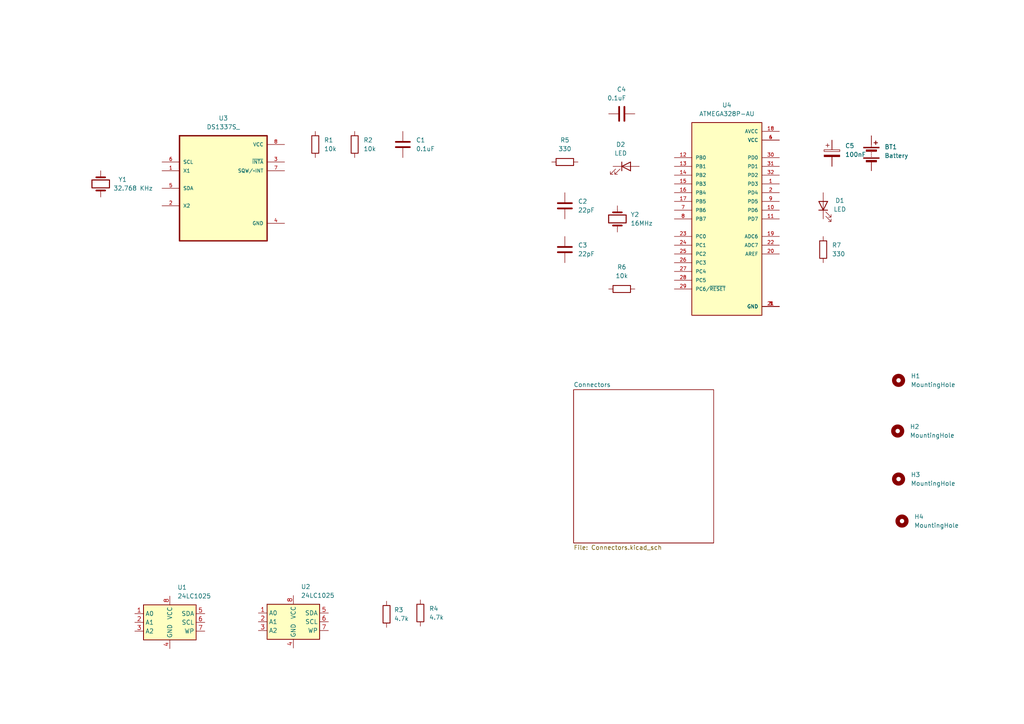
<source format=kicad_sch>
(kicad_sch (version 20231120) (generator "eeschema") (generator_version "8.0")
  (paper "A4")
  (title_block (title "$(project_name)") (date "2024-05-23") (rev "1"))
  (lib_symbols
    (symbol "ATMEGA328P-AU:ATMEGA328P-AU" (pin_names (offset 1.016))
      (property "Reference" "U" (at -10.1755 29.2546 0))
      (property "Value" "ATMEGA328P-AU" (at -10.1669 -31.7714 0))
      (symbol "ATMEGA328P-AU_0_0"
        (rectangle (start -10.16 -27.94) (end 10.16 27.94) (stroke (width 0.254)) (fill (type background)))
        (pin bidirectional line (at 15.24 10.16 180) (length 5.08) (name "PD3") (number "1"))
        (pin bidirectional line (at 15.24 2.54 180) (length 5.08) (name "PD6") (number "10"))
        (pin bidirectional line (at 15.24 0 180) (length 5.08) (name "PD7") (number "11"))
        (pin bidirectional line (at -15.24 17.78 0) (length 5.08) (name "PB0") (number "12"))
        (pin bidirectional line (at -15.24 15.24 0) (length 5.08) (name "PB1") (number "13"))
        (pin bidirectional line (at -15.24 12.7 0) (length 5.08) (name "PB2") (number "14"))
        (pin bidirectional line (at -15.24 10.16 0) (length 5.08) (name "PB3") (number "15"))
        (pin bidirectional line (at -15.24 7.62 0) (length 5.08) (name "PB4") (number "16"))
        (pin bidirectional line (at -15.24 5.08 0) (length 5.08) (name "PB5") (number "17"))
        (pin power_in line (at 15.24 25.4 180) (length 5.08) (name "AVCC") (number "18"))
        (pin bidirectional line (at 15.24 -5.08 180) (length 5.08) (name "ADC6") (number "19"))
        (pin bidirectional line (at 15.24 7.62 180) (length 5.08) (name "PD4") (number "2"))
        (pin input line (at 15.24 -10.16 180) (length 5.08) (name "AREF") (number "20"))
        (pin power_in line (at 15.24 -25.4 180) (length 5.08) (name "GND") (number "21"))
        (pin bidirectional line (at 15.24 -7.62 180) (length 5.08) (name "ADC7") (number "22"))
        (pin bidirectional line (at -15.24 -5.08 0) (length 5.08) (name "PC0") (number "23"))
        (pin bidirectional line (at -15.24 -7.62 0) (length 5.08) (name "PC1") (number "24"))
        (pin bidirectional line (at -15.24 -10.16 0) (length 5.08) (name "PC2") (number "25"))
        (pin bidirectional line (at -15.24 -12.7 0) (length 5.08) (name "PC3") (number "26"))
        (pin bidirectional line (at -15.24 -15.24 0) (length 5.08) (name "PC4") (number "27"))
        (pin bidirectional line (at -15.24 -17.78 0) (length 5.08) (name "PC5") (number "28"))
        (pin bidirectional line (at -15.24 -20.32 0) (length 5.08) (name "PC6/~{RESET}") (number "29"))
        (pin power_in line (at 15.24 -25.4 180) (length 5.08) (name "GND") (number "3"))
        (pin bidirectional line (at 15.24 17.78 180) (length 5.08) (name "PD0") (number "30"))
        (pin bidirectional line (at 15.24 15.24 180) (length 5.08) (name "PD1") (number "31"))
        (pin bidirectional line (at 15.24 12.7 180) (length 5.08) (name "PD2") (number "32"))
        (pin power_in line (at 15.24 22.86 180) (length 5.08) (name "VCC") (number "4"))
        (pin power_in line (at 15.24 -25.4 180) (length 5.08) (name "GND") (number "5"))
        (pin power_in line (at 15.24 22.86 180) (length 5.08) (name "VCC") (number "6"))
        (pin bidirectional line (at -15.24 2.54 0) (length 5.08) (name "PB6") (number "7"))
        (pin bidirectional line (at -15.24 0 0) (length 5.08) (name "PB7") (number "8"))
        (pin bidirectional line (at 15.24 5.08 180) (length 5.08) (name "PD5") (number "9"))
      )
    )
    (symbol "DS1337S:DS1337S_" (pin_names (offset 1.016))
      (property "Reference" "U" (at -12.7 16.24 0))
      (property "Value" "DS1337S_" (at -12.7 -19.24 0))
      (symbol "DS1337S__0_0"
        (rectangle (start -12.7 -15.24) (end 12.7 15.24) (stroke (width 0.41)) (fill (type background)))
        (pin input line (at -17.78 5.08 0) (length 5.08) (name "X1") (number "1"))
        (pin bidirectional line (at -17.78 -5.08 0) (length 5.08) (name "X2") (number "2"))
        (pin output line (at 17.78 7.62 180) (length 5.08) (name "~{INTA}") (number "3"))
        (pin power_in line (at 17.78 -10.16 180) (length 5.08) (name "GND") (number "4"))
        (pin bidirectional line (at -17.78 0 0) (length 5.08) (name "SDA") (number "5"))
        (pin input line (at -17.78 7.62 0) (length 5.08) (name "SCL") (number "6"))
        (pin output line (at 17.78 5.08 180) (length 5.08) (name "SQW/~INT") (number "7"))
        (pin power_in line (at 17.78 12.7 180) (length 5.08) (name "VCC") (number "8"))
      )
    )
    (symbol "Device:Battery" (pin_numbers hide) (pin_names (offset 0) hide)
      (property "Reference" "BT" (at 2.54 2.54 0))
      (property "Value" "Battery" (at 2.54 0 0))
      (symbol "Battery_0_1"
        (rectangle (start -2.286 -1.27) (end 2.286 -1.524) (fill (type outline)))
        (rectangle (start -2.286 1.778) (end 2.286 1.524) (fill (type outline)))
        (rectangle (start -1.524 -2.032) (end 1.524 -2.54) (fill (type outline)))
        (rectangle (start -1.524 1.016) (end 1.524 0.508) (fill (type outline)))
        (polyline (pts (xy 0 -1.016) (xy 0 -0.762)))
        (polyline (pts (xy 0 -0.508) (xy 0 -0.254)))
        (polyline (pts (xy 0 0) (xy 0 0.254)))
        (polyline (pts (xy 0 1.778) (xy 0 2.54)))
        (polyline (pts (xy 0.762 3.048) (xy 1.778 3.048)) (stroke (width 0.254)))
        (polyline (pts (xy 1.27 3.556) (xy 1.27 2.54)) (stroke (width 0.254)))
      )
      (symbol "Battery_1_1"
        (pin passive line (at 0 5.08 270) (length 2.54) (name "+") (number "1"))
        (pin passive line (at 0 -5.08 90) (length 2.54) (name "-") (number "2"))
      )
    )
    (symbol "Device:C" (pin_numbers hide) (pin_names (offset 0.254))
      (property "Reference" "C" (at 0.635 2.54 0))
      (property "Value" "C" (at 0.635 -2.54 0))
      (symbol "C_0_1"
        (polyline (pts (xy -2.032 -0.762) (xy 2.032 -0.762)) (stroke (width 0.508)))
        (polyline (pts (xy -2.032 0.762) (xy 2.032 0.762)) (stroke (width 0.508)))
      )
      (symbol "C_1_1"
        (pin passive line (at 0 3.81 270) (length 2.794) (name "~") (number "1"))
        (pin passive line (at 0 -3.81 90) (length 2.794) (name "~") (number "2"))
      )
    )
    (symbol "Device:C_Polarized" (pin_numbers hide) (pin_names (offset 0.254))
      (property "Reference" "C" (at 0.635 2.54 0))
      (property "Value" "C_Polarized" (at 0.635 -2.54 0))
      (symbol "C_Polarized_0_1"
        (rectangle (start -2.286 0.508) (end 2.286 1.016))
        (polyline (pts (xy -1.778 2.286) (xy -0.762 2.286)))
        (polyline (pts (xy -1.27 2.794) (xy -1.27 1.778)))
        (rectangle (start 2.286 -0.508) (end -2.286 -1.016) (fill (type outline)))
      )
      (symbol "C_Polarized_1_1"
        (pin passive line (at 0 3.81 270) (length 2.794) (name "~") (number "1"))
        (pin passive line (at 0 -3.81 90) (length 2.794) (name "~") (number "2"))
      )
    )
    (symbol "Device:Crystal" (pin_numbers hide) (pin_names (offset 1.016) hide)
      (property "Reference" "Y" (at 0 3.81 0))
      (property "Value" "Crystal" (at 0 -3.81 0))
      (symbol "Crystal_0_1"
        (rectangle (start -1.143 2.54) (end 1.143 -2.54) (stroke (width 0.3048)))
        (polyline (pts (xy -2.54 0) (xy -1.905 0)))
        (polyline (pts (xy -1.905 -1.27) (xy -1.905 1.27)) (stroke (width 0.508)))
        (polyline (pts (xy 1.905 -1.27) (xy 1.905 1.27)) (stroke (width 0.508)))
        (polyline (pts (xy 2.54 0) (xy 1.905 0)))
      )
      (symbol "Crystal_1_1"
        (pin passive line (at -3.81 0 0) (length 1.27) (name "1") (number "1"))
        (pin passive line (at 3.81 0 180) (length 1.27) (name "2") (number "2"))
      )
    )
    (symbol "Device:LED" (pin_numbers hide) (pin_names (offset 1.016) hide)
      (property "Reference" "D" (at 0 2.54 0))
      (property "Value" "LED" (at 0 -2.54 0))
      (symbol "LED_0_1"
        (polyline (pts (xy -1.27 -1.27) (xy -1.27 1.27)) (stroke (width 0.254)))
        (polyline (pts (xy -1.27 0) (xy 1.27 0)))
        (polyline (pts (xy 1.27 -1.27) (xy 1.27 1.27) (xy -1.27 0) (xy 1.27 -1.27)) (stroke (width 0.254)))
        (polyline (pts (xy -3.048 -0.762) (xy -4.572 -2.286) (xy -3.81 -2.286) (xy -4.572 -2.286) (xy -4.572 -1.524)))
        (polyline (pts (xy -1.778 -0.762) (xy -3.302 -2.286) (xy -2.54 -2.286) (xy -3.302 -2.286) (xy -3.302 -1.524)))
      )
      (symbol "LED_1_1"
        (pin passive line (at -3.81 0 0) (length 2.54) (name "K") (number "1"))
        (pin passive line (at 3.81 0 180) (length 2.54) (name "A") (number "2"))
      )
    )
    (symbol "Device:R" (pin_numbers hide) (pin_names (offset 0))
      (property "Reference" "R" (at 2.032 0 90))
      (property "Value" "R" (at 0 0 90))
      (symbol "R_0_1"
        (rectangle (start -1.016 -2.54) (end 1.016 2.54) (stroke (width 0.254)))
      )
      (symbol "R_1_1"
        (pin passive line (at 0 3.81 270) (length 1.27) (name "~") (number "1"))
        (pin passive line (at 0 -3.81 90) (length 1.27) (name "~") (number "2"))
      )
    )
    (symbol "Mechanical:MountingHole" (pin_names (offset 1.016)) (exclude_from_sim yes) (in_bom no)
      (property "Reference" "H" (at 0 5.08 0))
      (property "Value" "MountingHole" (at 0 3.175 0))
      (symbol "MountingHole_0_1"
        (circle (center 0 0) (radius 1.27) (stroke (width 1.27)))
      )
    )
    (symbol "Memory_EEPROM:24LC1025"
      (property "Reference" "U" (at -6.35 6.35 0))
      (property "Value" "24LC1025" (at 1.27 6.35 0))
      (symbol "24LC1025_1_1"
        (rectangle (start -7.62 5.08) (end 7.62 -5.08) (stroke (width 0.254)) (fill (type background)))
        (pin input line (at -10.16 2.54 0) (length 2.54) (name "A0") (number "1"))
        (pin input line (at -10.16 0 0) (length 2.54) (name "A1") (number "2"))
        (pin input line (at -10.16 -2.54 0) (length 2.54) (name "A2") (number "3"))
        (pin power_in line (at 0 -7.62 90) (length 2.54) (name "GND") (number "4"))
        (pin bidirectional line (at 10.16 2.54 180) (length 2.54) (name "SDA") (number "5"))
        (pin input line (at 10.16 0 180) (length 2.54) (name "SCL") (number "6"))
        (pin input line (at 10.16 -2.54 180) (length 2.54) (name "WP") (number "7"))
        (pin power_in line (at 0 7.62 270) (length 2.54) (name "VCC") (number "8"))
      )
    )
  )
  (symbol (lib_id "Memory_EEPROM:24LC1025") (at 49.259 180.5182 0) (unit 1)
    (property "Reference" "U1" (at 51.4531 170.3582 0) (effects (justify left)))
    (property "Value" "24LC1025" (at 51.4531 172.8982 0) (effects (justify left)))
    (property "Footprint" "Package_SO:SOIC-8_5.23x5.23mm_P1.27mm" (effects (hide yes)))
    (property "Datasheet" "http://ww1.microchip.com/downloads/en/DeviceDoc/21941B.pdf" (effects (hide yes)))
    (property "Description" "I2C Serial EEPROM, 1024Kb, DIP-8/SOIC-8/TSSOP-8/DFN-8" (effects (hide yes)))
  )
  (symbol (lib_id "Mechanical:MountingHole") (at 260.6204 110.3212 0) (unit 1) (exclude_from_sim yes) (in_bom no)
    (property "Reference" "H1" (at 264.16 109.0511 0) (effects (justify left)))
    (property "Value" "MountingHole" (at 264.16 111.5911 0) (effects (justify left)))
    (property "Footprint" "MountingHole:MountingHole_2.1mm" (effects (hide yes)))
    (property "Description" "Mounting Hole without connection" (effects (hide yes)))
  )
  (symbol (lib_id "Device:R") (at 163.83 46.99 90) (unit 1)
    (property "Reference" "R5" (at 163.83 40.64 90))
    (property "Value" "330" (at 163.83 43.18 90))
    (property "Footprint" "Resistor_SMD:R_0805_2012Metric" (effects (hide yes)))
    (property "Description" "Resistor" (effects (hide yes)))
  )
  (symbol (lib_id "Device:R") (at 91.44 41.91 0) (unit 1)
    (property "Reference" "R1" (at 93.98 40.6399 0) (effects (justify left)))
    (property "Value" "10k" (at 93.98 43.1799 0) (effects (justify left)))
    (property "Footprint" "Resistor_SMD:R_0805_2012Metric" (effects (hide yes)))
    (property "Description" "Resistor" (effects (hide yes)))
  )
  (symbol (lib_id "Device:R") (at 112.1174 178.1688 0) (unit 1)
    (property "Reference" "R3" (at 114.3 176.8987 0) (effects (justify left)))
    (property "Value" "4.7k" (at 114.3 179.4387 0) (effects (justify left)))
    (property "Footprint" "Resistor_SMD:R_0805_2012Metric" (effects (hide yes)))
    (property "Description" "Resistor" (effects (hide yes)))
  )
  (symbol (lib_id "Device:R") (at 121.92 177.8 0) (unit 1)
    (property "Reference" "R4" (at 124.46 176.5299 0) (effects (justify left)))
    (property "Value" "4.7k" (at 124.46 179.0699 0) (effects (justify left)))
    (property "Footprint" "Resistor_SMD:R_0805_2012Metric" (effects (hide yes)))
    (property "Description" "Resistor" (effects (hide yes)))
  )
  (symbol (lib_id "Device:C") (at 163.83 59.69 0) (unit 1)
    (property "Reference" "C2" (at 167.64 58.4199 0) (effects (justify left)))
    (property "Value" "22pF" (at 167.64 60.9599 0) (effects (justify left)))
    (property "Footprint" "Capacitor_SMD:C_0805_2012Metric" (effects (hide yes)))
    (property "Description" "Unpolarized capacitor" (effects (hide yes)))
  )
  (symbol (lib_id "Device:LED") (at 181.61 48.26 0) (unit 1)
    (property "Reference" "D2" (at 180.0225 41.91 0))
    (property "Value" "LED" (at 180.0225 44.45 0))
    (property "Footprint" "LED_SMD:LED_0805_2012Metric" (effects (hide yes)))
    (property "Description" "Light emitting diode" (effects (hide yes)))
  )
  (symbol (lib_id "Mechanical:MountingHole") (at 260.3671 125.0169 0) (unit 1) (exclude_from_sim yes) (in_bom no)
    (property "Reference" "H2" (at 263.9067 123.7468 0) (effects (justify left)))
    (property "Value" "MountingHole" (at 263.9067 126.2868 0) (effects (justify left)))
    (property "Footprint" "MountingHole:MountingHole_2.1mm" (effects (hide yes)))
    (property "Description" "Mounting Hole without connection" (effects (hide yes)))
  )
  (symbol (lib_id "Device:C") (at 163.83 72.39 0) (unit 1)
    (property "Reference" "C3" (at 167.64 71.1199 0) (effects (justify left)))
    (property "Value" "22pF" (at 167.64 73.6599 0) (effects (justify left)))
    (property "Footprint" "Capacitor_SMD:C_0805_2012Metric" (effects (hide yes)))
    (property "Description" "Unpolarized capacitor" (effects (hide yes)))
  )
  (symbol (lib_id "ATMEGA328P-AU:ATMEGA328P-AU") (at 210.82 63.5 0) (unit 1)
    (property "Reference" "U4" (at 210.82 30.48 0))
    (property "Value" "ATMEGA328P-AU" (at 210.82 33.02 0))
    (property "Footprint" "ATMEGA328P-AU:ATMEGA328P-AU" (effects (hide yes)))
    (property "MF" "Microchip" (effects (hide yes)))
    (property "MAXIMUM_PACKAGE_HEIGHT" "1.20mm" (effects (hide yes)))
    (property "Package" "TQFP-32 Microchip" (effects (hide yes)))
    (property "Price" "None" (effects (hide yes)))
    (property "Check_prices" "https://www.snapeda.com/parts/ATMEGA328P-AU/Microchip/view-part/?ref=eda" (effects (hide yes)))
    (property "STANDARD" "IPC-7351B" (effects (hide yes)))
    (property "PARTREV" "8271A" (effects (hide yes)))
    (property "SnapEDA_Link" "https://www.snapeda.com/parts/ATMEGA328P-AU/Microchip/view-part/?ref=snap" (effects (hide yes)))
    (property "MP" "ATMEGA328P-AU" (effects (hide yes)))
    (property "Description_1" "\nAVR AVR® ATmega Microcontroller IC 8-Bit 20MHz 32KB (16K x 16) FLASH 32-TQFP (7x7)\n" (effects (hide yes)))
    (property "Availability" "In Stock" (effects (hide yes)))
    (property "MANUFACTURER" "Microchip" (effects (hide yes)))
  )
  (symbol (lib_id "Device:Crystal") (at 29.21 53.34 270) (unit 1)
    (property "Reference" "Y1" (at 35.56 52.07 90))
    (property "Value" "32.768 KHz" (at 38.608 54.61 90))
    (property "Footprint" "Crystal:Crystal_SMD_5032-2Pin_5.0x3.2mm_HandSoldering" (effects (hide yes)))
    (property "Description" "Two pin crystal" (effects (hide yes)))
  )
  (symbol (lib_id "Device:Battery") (at 252.73 44.45 0) (unit 1)
    (property "Reference" "BT1" (at 256.54 42.6084 0) (effects (justify left)))
    (property "Value" "Battery" (at 256.54 45.1484 0) (effects (justify left)))
    (property "Footprint" "Connector_PinHeader_2.54mm:PinHeader_1x02_P2.54mm_Vertical" (effects (hide yes)))
    (property "Description" "Multiple-cell battery" (effects (hide yes)))
  )
  (symbol (lib_id "DS1337S:DS1337S_") (at 64.77 54.61 0) (unit 1)
    (property "Reference" "U3" (at 64.77 34.29 0))
    (property "Value" "DS1337S_" (at 64.77 36.83 0))
    (property "Footprint" "DS1337S:DS1337S" (effects (hide yes)))
    (property "MF" "Analog Devices" (effects (hide yes)))
    (property "Description_1" "\nReal Time Clock (RTC) IC Clock/Calendar - I²C, 2-Wire Serial 8-SOIC (0.154, 3.90mm Width)\n" (effects (hide yes)))
    (property "Package" "SOIC-8 Maxim" (effects (hide yes)))
    (property "Price" "None" (effects (hide yes)))
    (property "SnapEDA_Link" "https://www.snapeda.com/parts/DS1337S/Analog+Devices/view-part/?ref=snap" (effects (hide yes)))
    (property "MP" "DS1337S" (effects (hide yes)))
    (property "Availability" "In Stock" (effects (hide yes)))
    (property "Check_prices" "https://www.snapeda.com/parts/DS1337S/Analog+Devices/view-part/?ref=eda" (effects (hide yes)))
  )
  (symbol (lib_id "Device:R") (at 102.87 41.91 0) (unit 1)
    (property "Reference" "R2" (at 105.41 40.6399 0) (effects (justify left)))
    (property "Value" "10k" (at 105.41 43.1799 0) (effects (justify left)))
    (property "Footprint" "Resistor_SMD:R_0805_2012Metric" (effects (hide yes)))
    (property "Description" "Resistor" (effects (hide yes)))
  )
  (symbol (lib_id "Device:Crystal") (at 179.07 63.5 90) (unit 1)
    (property "Reference" "Y2" (at 182.88 62.2299 90) (effects (justify right)))
    (property "Value" "16MHz" (at 182.88 64.7699 90) (effects (justify right)))
    (property "Footprint" "Crystal:Crystal_SMD_5032-2Pin_5.0x3.2mm_HandSoldering" (effects (hide yes)))
    (property "Description" "Two pin crystal" (effects (hide yes)))
  )
  (symbol (lib_id "Device:R") (at 180.34 83.82 90) (unit 1)
    (property "Reference" "R6" (at 180.34 77.47 90))
    (property "Value" "10k" (at 180.34 80.01 90))
    (property "Footprint" "Resistor_SMD:R_0805_2012Metric" (effects (hide yes)))
    (property "Description" "Resistor" (effects (hide yes)))
  )
  (symbol (lib_id "Memory_EEPROM:24LC1025") (at 85.09 180.34 0) (unit 1)
    (property "Reference" "U2" (at 87.2841 170.18 0) (effects (justify left)))
    (property "Value" "24LC1025" (at 87.2841 172.72 0) (effects (justify left)))
    (property "Footprint" "Package_SO:SOIC-8_5.23x5.23mm_P1.27mm" (effects (hide yes)))
    (property "Datasheet" "http://ww1.microchip.com/downloads/en/DeviceDoc/21941B.pdf" (effects (hide yes)))
    (property "Description" "I2C Serial EEPROM, 1024Kb, DIP-8/SOIC-8/TSSOP-8/DFN-8" (effects (hide yes)))
  )
  (symbol (lib_id "Device:LED") (at 238.76 59.69 90) (unit 1)
    (property "Reference" "D1" (at 243.586 58.166 90))
    (property "Value" "LED" (at 243.586 60.706 90))
    (property "Footprint" "LED_SMD:LED_0805_2012Metric" (effects (hide yes)))
    (property "Description" "Light emitting diode" (effects (hide yes)))
  )
  (symbol (lib_id "Mechanical:MountingHole") (at 261.62 151.13 0) (unit 1) (exclude_from_sim yes) (in_bom no)
    (property "Reference" "H4" (at 265.1596 149.8599 0) (effects (justify left)))
    (property "Value" "MountingHole" (at 265.1596 152.3999 0) (effects (justify left)))
    (property "Footprint" "MountingHole:MountingHole_2.1mm" (effects (hide yes)))
    (property "Description" "Mounting Hole without connection" (effects (hide yes)))
  )
  (symbol (lib_id "Mechanical:MountingHole") (at 260.6204 138.9524 0) (unit 1) (exclude_from_sim yes) (in_bom no)
    (property "Reference" "H3" (at 264.16 137.6823 0) (effects (justify left)))
    (property "Value" "MountingHole" (at 264.16 140.2223 0) (effects (justify left)))
    (property "Footprint" "MountingHole:MountingHole_2.1mm" (effects (hide yes)))
    (property "Description" "Mounting Hole without connection" (effects (hide yes)))
  )
  (symbol (lib_id "Device:R") (at 238.76 72.39 0) (unit 1)
    (property "Reference" "R7" (at 241.3 71.1199 0) (effects (justify left)))
    (property "Value" "330" (at 241.3 73.6599 0) (effects (justify left)))
    (property "Footprint" "Resistor_SMD:R_0805_2012Metric" (effects (hide yes)))
    (property "Description" "Resistor" (effects (hide yes)))
  )
  (symbol (lib_id "Device:C_Polarized") (at 241.3 44.45 0) (unit 1)
    (property "Reference" "C5" (at 245.11 42.2909 0) (effects (justify left)))
    (property "Value" "100nF" (at 245.11 44.8309 0) (effects (justify left)))
    (property "Footprint" "Capacitor_SMD:C_0805_2012Metric" (effects (hide yes)))
    (property "Description" "Polarized capacitor" (effects (hide yes)))
  )
  (symbol (lib_id "Device:C") (at 116.84 41.91 0) (unit 1)
    (property "Reference" "C1" (at 120.65 40.6399 0) (effects (justify left)))
    (property "Value" "0.1uF" (at 120.65 43.1799 0) (effects (justify left)))
    (property "Footprint" "Capacitor_SMD:C_0805_2012Metric" (effects (hide yes)))
    (property "Description" "Unpolarized capacitor" (effects (hide yes)))
  )
  (symbol (lib_id "Device:C") (at 180.34 33.02 90) (unit 1)
    (property "Reference" "C4" (at 181.61 25.908 90) (effects (justify left)))
    (property "Value" "0.1uF" (at 181.61 28.448 90) (effects (justify left)))
    (property "Footprint" "Capacitor_SMD:C_0805_2012Metric" (effects (hide yes)))
    (property "Description" "Unpolarized capacitor" (effects (hide yes)))
  )
  (sheet (at 166.37 113.03) (size 40.64 44.45) (stroke (width 0.1524))
    (property "Sheetname" "Connectors" (at 166.37 112.3184 0) (effects (justify left bottom)))
    (property "Sheetfile" "Connectors.kicad_sch" (at 166.37 158.0646 0) (effects (justify left top)))
  )
)
</source>
